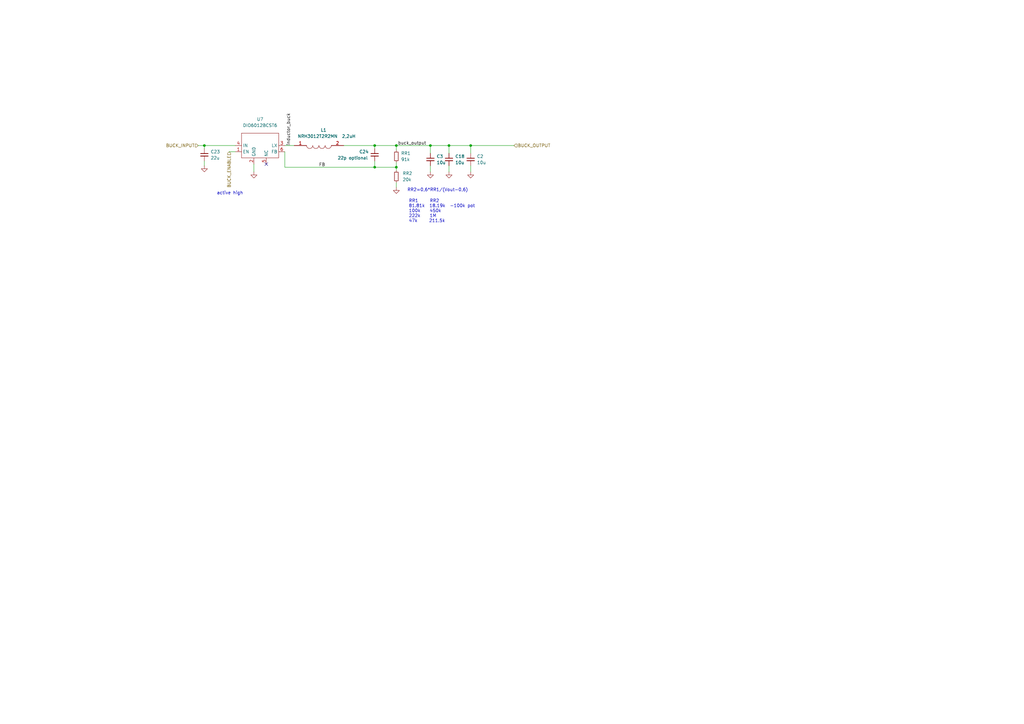
<source format=kicad_sch>
(kicad_sch (version 20211123) (generator eeschema)
  (paper "A3")
  (title_block (title "RP2040 learning board with Li ion battery and sensors") (rev "2"))
  (lib_symbols
    (symbol "C_Small_1" (pin_numbers hide) (pin_names (offset 0.254) hide)
      (property "Reference" "C" (at 0.254 1.778 0))
      (property "Value" "C_Small_1" (at 0.254 -2.032 0))
      (symbol "C_Small_1_0_1"
        (polyline (pts (xy -1.524 -0.508) (xy 1.524 -0.508)) (stroke (width 0.3302)))
        (polyline (pts (xy -1.524 0.508) (xy 1.524 0.508)) (stroke (width 0.3048)))
      )
      (symbol "C_Small_1_1_1"
        (pin passive line (at 0 2.54 270) (length 2.032) (name "~") (number "1"))
        (pin passive line (at 0 -2.54 90) (length 2.032) (name "~") (number "2"))
      )
    )
    (symbol "Device:C_Small" (pin_numbers hide) (pin_names (offset 0.254) hide)
      (property "Reference" "C" (at 0.254 1.778 0))
      (property "Value" "C_Small" (at 0.254 -2.032 0))
      (symbol "C_Small_0_1"
        (polyline (pts (xy -1.524 -0.508) (xy 1.524 -0.508)) (stroke (width 0.3302)))
        (polyline (pts (xy -1.524 0.508) (xy 1.524 0.508)) (stroke (width 0.3048)))
      )
      (symbol "C_Small_1_1"
        (pin passive line (at 0 2.54 270) (length 2.032) (name "~") (number "1"))
        (pin passive line (at 0 -2.54 90) (length 2.032) (name "~") (number "2"))
      )
    )
    (symbol "Device:R_Small" (pin_numbers hide) (pin_names (offset 0.254) hide)
      (property "Reference" "R" (at 0.762 0.508 0))
      (property "Value" "R_Small" (at 0.762 -1.016 0))
      (symbol "R_Small_0_1"
        (rectangle (start -0.762 1.778) (end 0.762 -1.778) (stroke (width 0.2032)))
      )
      (symbol "R_Small_1_1"
        (pin passive line (at 0 2.54 270) (length 0.762) (name "~") (number "1"))
        (pin passive line (at 0 -2.54 90) (length 0.762) (name "~") (number "2"))
      )
    )
    (symbol "My_custom_lib:DIO6012BCST6"
      (property "Reference" "U" (at 0 6.35 0))
      (property "Value" "DIO6012BCST6" (at 0 3.81 0))
      (symbol "DIO6012BCST6_0_1"
        (rectangle (start -7.62 -5.08) (end 7.62 5.08))
      )
      (symbol "DIO6012BCST6_1_1"
        (pin input line (at -10.16 -2.54 0) (length 2.54) (name "EN") (number "1"))
        (pin output line (at -2.54 -7.62 90) (length 2.54) (name "GND") (number "2"))
        (pin output line (at 10.16 0 180) (length 2.54) (name "LX") (number "3"))
        (pin input line (at -10.16 0 0) (length 2.54) (name "IN") (number "4"))
        (pin output line (at 2.54 -7.62 90) (length 2.54) (name "NC") (number "5"))
        (pin input line (at 10.16 -2.54 180) (length 2.54) (name "FB") (number "6"))
      )
    )
    (symbol "SamacSys_Parts:NRH3012T2R2MN" (pin_names (offset 0.762))
      (property "Reference" "L" (at 16.51 6.35 0))
      (property "Value" "NRH3012T2R2MN" (at 16.51 3.81 0))
      (symbol "NRH3012T2R2MN_0_0"
        (pin passive line (at 0 0 0) (length 5.08) (name "~") (number "1"))
        (pin passive line (at 20.32 0 180) (length 5.08) (name "~") (number "2"))
      )
      (symbol "NRH3012T2R2MN_0_1"
        (arc (start 5.08 0) (mid 6.35 -1.3218) (end 7.62 0) (stroke (width 0.1524)))
        (arc (start 7.62 0) (mid 8.89 -1.3218) (end 10.16 0) (stroke (width 0.1524)))
        (arc (start 10.16 0) (mid 11.43 -1.3218) (end 12.7 0) (stroke (width 0.1524)))
        (arc (start 12.7 0) (mid 13.97 -1.3218) (end 15.24 0) (stroke (width 0.1524)))
      )
    )
    (symbol "power:GND" (power) (pin_names (offset 0))
      (property "Value" "GND" (at 0 -3.81 0))
      (symbol "GND_0_1"
        (polyline (pts (xy 0 0) (xy 0 -1.27) (xy 1.27 -1.27) (xy 0 -2.54) (xy -1.27 -1.27) (xy 0 -1.27)))
      )
      (symbol "GND_1_1"
        (pin power_in line (at 0 0 270) (length 0) hide (name "GND") (number "1"))
      )
    )
  )
  (junction (at 153.67 59.69))
  (junction (at 153.67 68.58))
  (junction (at 176.53 59.69))
  (junction (at 162.56 68.58))
  (junction (at 184.15 59.69))
  (junction (at 83.82 59.69))
  (junction (at 193.04 59.69))
  (junction (at 162.56 59.69))
  (no_connect (at 109.22 67.31))
  (wire (pts (xy 140.97 59.69) (xy 153.67 59.69)))
  (wire (pts (xy 176.53 59.69) (xy 184.15 59.69)))
  (wire (pts (xy 162.56 74.93) (xy 162.56 76.835)))
  (wire (pts (xy 184.15 59.69) (xy 184.15 62.865)))
  (wire (pts (xy 83.82 66.04) (xy 83.82 67.945)))
  (wire (pts (xy 93.98 62.23) (xy 96.52 62.23)))
  (wire (pts (xy 116.84 62.23) (xy 116.84 68.58)))
  (wire (pts (xy 193.04 59.69) (xy 210.82 59.69)))
  (wire (pts (xy 153.67 68.58) (xy 162.56 68.58)))
  (wire (pts (xy 176.53 67.945) (xy 176.53 70.485)))
  (wire (pts (xy 162.56 68.58) (xy 162.56 69.85)))
  (wire (pts (xy 153.67 59.69) (xy 162.56 59.69)))
  (wire (pts (xy 184.15 59.69) (xy 193.04 59.69)))
  (wire (pts (xy 116.84 59.69) (xy 120.65 59.69)))
  (wire (pts (xy 176.53 59.69) (xy 176.53 62.865)))
  (wire (pts (xy 162.56 59.69) (xy 176.53 59.69)))
  (wire (pts (xy 193.04 67.945) (xy 193.04 70.485)))
  (wire (pts (xy 193.04 59.69) (xy 193.04 62.865)))
  (wire (pts (xy 104.14 67.31) (xy 104.14 70.485)))
  (wire (pts (xy 153.67 66.04) (xy 153.67 68.58)))
  (wire (pts (xy 83.82 59.69) (xy 96.52 59.69)))
  (wire (pts (xy 83.82 59.69) (xy 83.82 60.96)))
  (wire (pts (xy 162.56 59.69) (xy 162.56 61.595)))
  (wire (pts (xy 81.28 59.69) (xy 83.82 59.69)))
  (wire (pts (xy 162.56 66.675) (xy 162.56 68.58)))
  (wire (pts (xy 116.84 68.58) (xy 153.67 68.58)))
  (wire (pts (xy 153.67 59.69) (xy 153.67 60.96)))
  (wire (pts (xy 184.15 67.945) (xy 184.15 70.485)))
  (text "RR2=0,6*RR1/(Vout-0,6)" (at 167.005 78.74 0) (effects (font (size 1.27 1.27)) (justify left bottom)))
  (text "active high" (at 88.9 80.01 0) (effects (font (size 1.27 1.27)) (justify left bottom)))
  (text "RR1     RR2\n81.81k  18.19k  -100k pot\n100k    450k\n222k    1M\n47k     211.5k" (at 167.64 91.44 0) (effects (font (size 1.27 1.27)) (justify left bottom)))
  (label "FB" (at 130.81 68.58 0))
  (label "inductor_buck" (at 119.38 59.69 90))
  (label "buck_output" (at 163.195 59.69 0))
  (hierarchical_label "BUCK_INPUT" (shape input) (at 81.28 59.69 180))
  (hierarchical_label "BUCK_ENABLE" (shape input) (at 93.98 62.23 270))
  (hierarchical_label "BUCK_OUTPUT" (shape input) (at 210.82 59.69 0))
  (symbol (lib_id "power:GND") (at 104.14 70.485 0) (unit 1)
    (property "Reference" "#PWR0103" (effects hide))
    (property "Value" "GND" (effects hide))
  )
  (symbol (lib_id "Device:R_Small") (at 162.56 72.39 0) (unit 1)
    (property "Reference" "RR2" (at 165.1 71.1199 0) (effects (justify left)))
    (property "Value" "20k" (at 165.1 73.6599 0) (effects (justify left)))
    (property "Footprint" "Resistor_SMD:R_0805_2012Metric" (effects hide))
  )
  (symbol (lib_id "power:GND") (at 162.56 76.835 0) (unit 1)
    (property "Reference" "#PWR0102" (effects hide))
    (property "Value" "GND" (effects hide))
  )
  (symbol (lib_id "power:GND") (at 193.04 70.485 0) (unit 1)
    (property "Reference" "#PWR071" (effects hide))
    (property "Value" "GND" (effects hide))
  )
  (symbol (lib_name "C_Small_1") (lib_id "Device:C_Small") (at 193.04 65.405 0) (unit 1)
    (property "Reference" "C2" (at 195.58 64.1412 0) (effects (justify left)))
    (property "Value" "10u" (at 195.58 66.6812 0) (effects (justify left)))
    (property "Footprint" "Capacitor_SMD:C_0805_2012Metric" (effects hide))
  )
  (symbol (lib_id "power:GND") (at 184.15 70.485 0) (unit 1)
    (property "Reference" "#PWR0104" (effects hide))
    (property "Value" "GND" (effects hide))
  )
  (symbol (lib_id "SamacSys_Parts:NRH3012T2R2MN") (at 120.65 59.69 0) (unit 1)
    (property "Reference" "L1" (at 132.715 53.34 0))
    (property "Value" "NRH3012T2R2MN  2,2uH" (at 133.985 55.88 0))
    (property "Footprint" "SamacSys_Parts:NRH3012T220MNV" (effects hide))
    (property "Datasheet" "https://componentsearchengine.com/Datasheets/5/NRH3012T220MNV.pdf" (effects hide))
    (property "Description" "Taiyo Yuden, NRH, 3012 Shielded Wire-wound SMD Inductor with a Ferrite Core, 2.2 uH +/-20% Wire-Wound 1.5A Idc" (effects hide))
    (property "Height" "1.2" (effects hide))
    (property "Mouser Part Number" "963-NRH3012T2R2MN" (effects hide))
    (property "Mouser Price/Stock" "https://www.mouser.co.uk/ProductDetail/Taiyo-Yuden/NRH3012T2R2MN?qs=PzICbMaShUdBRElLTKVG3Q%3D%3D" (effects hide))
    (property "Manufacturer_Name" "TAIYO YUDEN" (effects hide))
    (property "Manufacturer_Part_Number" "NRH3012T2R2MN" (effects hide))
  )
  (symbol (lib_id "Device:C_Small") (at 83.82 63.5 0) (unit 1)
    (property "Reference" "C23" (at 86.36 62.2362 0) (effects (justify left)))
    (property "Value" "22u" (at 86.36 64.7762 0) (effects (justify left)))
    (property "Footprint" "Capacitor_THT:CP_Radial_D5.0mm_P2.00mm" (effects hide))
  )
  (symbol (lib_id "power:GND") (at 176.53 70.485 0) (unit 1)
    (property "Reference" "#PWR0105" (effects hide))
    (property "Value" "GND" (effects hide))
  )
  (symbol (lib_id "Device:C_Small") (at 153.67 63.5 0) (unit 1)
    (property "Reference" "C24" (at 147.32 62.23 0) (effects (justify left)))
    (property "Value" "22p optional" (at 138.43 64.77 0) (effects (justify left)))
    (property "Footprint" "Capacitor_SMD:C_0603_1608Metric_Pad1.08x0.95mm_HandSolder" (effects hide))
  )
  (symbol (lib_id "Device:C_Small") (at 184.15 65.405 0) (unit 1)
    (property "Reference" "C18" (at 186.69 64.1412 0) (effects (justify left)))
    (property "Value" "10u" (at 186.69 66.6812 0) (effects (justify left)))
    (property "Footprint" "Capacitor_SMD:C_0805_2012Metric" (effects hide))
  )
  (symbol (lib_name "C_Small_1") (lib_id "Device:C_Small") (at 176.53 65.405 0) (unit 1)
    (property "Reference" "C3" (at 179.07 64.1412 0) (effects (justify left)))
    (property "Value" "10u" (at 179.07 66.6812 0) (effects (justify left)))
    (property "Footprint" "Capacitor_SMD:C_0805_2012Metric" (effects hide))
  )
  (symbol (lib_id "My_custom_lib:DIO6012BCST6") (at 106.68 59.69 0) (unit 1)
    (property "Reference" "U7" (at 106.68 48.895 0))
    (property "Value" "DIO6012BCST6" (at 106.68 51.435 0))
    (property "Footprint" "Package_TO_SOT_SMD:SOT-23-6_Handsoldering" (effects hide))
    (property "Datasheet" "https://ro.mouser.com/datasheet/2/802/dimi_s_a0009242596_1-2295138.pdf" (effects hide))
  )
  (symbol (lib_id "power:GND") (at 83.82 67.945 0) (unit 1)
    (property "Reference" "#PWR0106" (effects hide))
    (property "Value" "GND" (effects hide))
  )
  (symbol (lib_id "Device:R_Small") (at 162.56 64.135 0) (unit 1)
    (property "Reference" "RR1" (at 164.465 62.8649 0) (effects (justify left)))
    (property "Value" "91k" (at 164.465 65.4049 0) (effects (justify left)))
    (property "Footprint" "Resistor_SMD:R_0805_2012Metric" (effects hide))
  )
)
</source>
